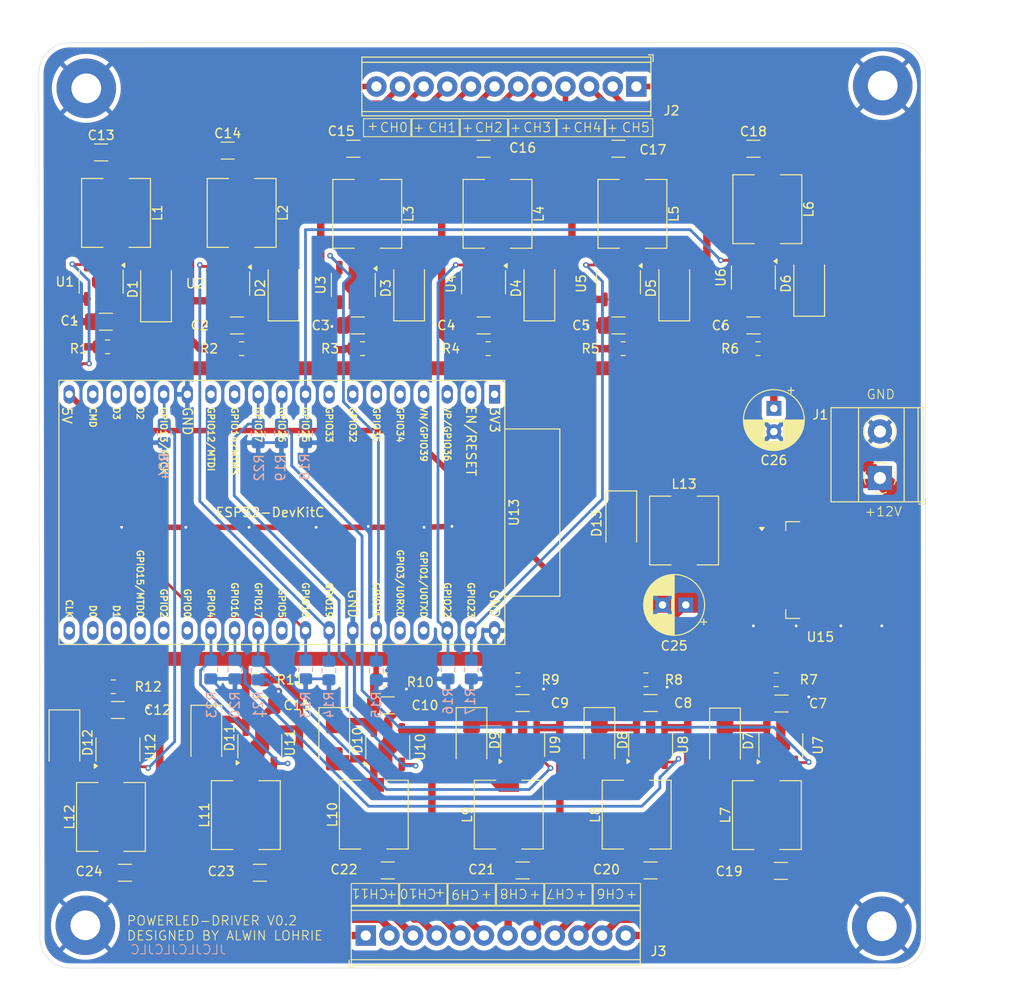
<source format=kicad_pcb>
(kicad_pcb
	(version 20240108)
	(generator "pcbnew")
	(generator_version "8.0")
	(general
		(thickness 1.6)
		(legacy_teardrops no)
	)
	(paper "A4")
	(layers
		(0 "F.Cu" signal)
		(31 "B.Cu" signal)
		(32 "B.Adhes" user "B.Adhesive")
		(33 "F.Adhes" user "F.Adhesive")
		(34 "B.Paste" user)
		(35 "F.Paste" user)
		(36 "B.SilkS" user "B.Silkscreen")
		(37 "F.SilkS" user "F.Silkscreen")
		(38 "B.Mask" user)
		(39 "F.Mask" user)
		(40 "Dwgs.User" user "User.Drawings")
		(41 "Cmts.User" user "User.Comments")
		(42 "Eco1.User" user "User.Eco1")
		(43 "Eco2.User" user "User.Eco2")
		(44 "Edge.Cuts" user)
		(45 "Margin" user)
		(46 "B.CrtYd" user "B.Courtyard")
		(47 "F.CrtYd" user "F.Courtyard")
		(48 "B.Fab" user)
		(49 "F.Fab" user)
		(50 "User.1" user)
		(51 "User.2" user)
		(52 "User.3" user)
		(53 "User.4" user)
		(54 "User.5" user)
		(55 "User.6" user)
		(56 "User.7" user)
		(57 "User.8" user)
		(58 "User.9" user)
	)
	(setup
		(stackup
			(layer "F.SilkS"
				(type "Top Silk Screen")
				(color "Black")
			)
			(layer "F.Paste"
				(type "Top Solder Paste")
			)
			(layer "F.Mask"
				(type "Top Solder Mask")
				(color "White")
				(thickness 0.01)
			)
			(layer "F.Cu"
				(type "copper")
				(thickness 0.035)
			)
			(layer "dielectric 1"
				(type "core")
				(thickness 1.51)
				(material "FR4")
				(epsilon_r 4.5)
				(loss_tangent 0.02)
			)
			(layer "B.Cu"
				(type "copper")
				(thickness 0.035)
			)
			(layer "B.Mask"
				(type "Bottom Solder Mask")
				(color "White")
				(thickness 0.01)
			)
			(layer "B.Paste"
				(type "Bottom Solder Paste")
			)
			(layer "B.SilkS"
				(type "Bottom Silk Screen")
				(color "Black")
			)
			(copper_finish "None")
			(dielectric_constraints no)
		)
		(pad_to_mask_clearance 0)
		(allow_soldermask_bridges_in_footprints no)
		(pcbplotparams
			(layerselection 0x00010fc_ffffffff)
			(plot_on_all_layers_selection 0x0000000_00000000)
			(disableapertmacros no)
			(usegerberextensions no)
			(usegerberattributes yes)
			(usegerberadvancedattributes yes)
			(creategerberjobfile yes)
			(dashed_line_dash_ratio 12.000000)
			(dashed_line_gap_ratio 3.000000)
			(svgprecision 4)
			(plotframeref no)
			(viasonmask no)
			(mode 1)
			(useauxorigin no)
			(hpglpennumber 1)
			(hpglpenspeed 20)
			(hpglpendiameter 15.000000)
			(pdf_front_fp_property_popups yes)
			(pdf_back_fp_property_popups yes)
			(dxfpolygonmode yes)
			(dxfimperialunits yes)
			(dxfusepcbnewfont yes)
			(psnegative no)
			(psa4output no)
			(plotreference yes)
			(plotvalue yes)
			(plotfptext yes)
			(plotinvisibletext no)
			(sketchpadsonfab no)
			(subtractmaskfromsilk no)
			(outputformat 1)
			(mirror no)
			(drillshape 0)
			(scaleselection 1)
			(outputdirectory "production")
		)
	)
	(net 0 "")
	(net 1 "Net-(D1-K)")
	(net 2 "Net-(D1-A)")
	(net 3 "Net-(D2-A)")
	(net 4 "Net-(D3-A)")
	(net 5 "Net-(D4-A)")
	(net 6 "Net-(D5-A)")
	(net 7 "Net-(D6-A)")
	(net 8 "Net-(D7-A)")
	(net 9 "Net-(D8-A)")
	(net 10 "Net-(D9-A)")
	(net 11 "/DIM0")
	(net 12 "Net-(D10-A)")
	(net 13 "Net-(D11-A)")
	(net 14 "Net-(D12-A)")
	(net 15 "Net-(U10-DIM)")
	(net 16 "Net-(U12-DIM)")
	(net 17 "Net-(U11-DIM)")
	(net 18 "Net-(U13-GPIO19)")
	(net 19 "Net-(U13-GPIO21)")
	(net 20 "Net-(U13-GPIO22)")
	(net 21 "Net-(U13-GPIO23)")
	(net 22 "Net-(U13-DAC_1{slash}ADC2_CH8{slash}GPIO25)")
	(net 23 "Net-(U13-DAC_2{slash}ADC2_CH9{slash}GPIO26)")
	(net 24 "Net-(U13-GPIO16)")
	(net 25 "Net-(U13-GPIO17)")
	(net 26 "unconnected-(U13-SD_CLK{slash}GPIO6-Pad20)")
	(net 27 "unconnected-(U13-CHIP_PU-Pad2)")
	(net 28 "unconnected-(U13-SD_DATA2{slash}GPIO9-Pad16)")
	(net 29 "unconnected-(U13-SENSOR_VN{slash}GPIO39{slash}ADC1_CH3-Pad4)")
	(net 30 "unconnected-(U13-MTDO{slash}GPIO15{slash}ADC2_CH3-Pad23)")
	(net 31 "unconnected-(U13-GPIO5-Pad29)")
	(net 32 "unconnected-(U13-SD_DATA1{slash}GPIO8-Pad22)")
	(net 33 "unconnected-(U13-SD_DATA3{slash}GPIO10-Pad17)")
	(net 34 "unconnected-(U13-32K_XP{slash}GPIO32{slash}ADC1_CH4-Pad7)")
	(net 35 "unconnected-(U13-SENSOR_VP{slash}GPIO36{slash}ADC1_CH0-Pad3)")
	(net 36 "unconnected-(U13-32K_XN{slash}GPIO33{slash}ADC1_CH5-Pad8)")
	(net 37 "unconnected-(U13-SD_DATA0{slash}GPIO7-Pad21)")
	(net 38 "unconnected-(U13-GPIO0{slash}BOOT{slash}ADC2_CH1-Pad25)")
	(net 39 "unconnected-(U13-VDET_2{slash}GPIO35{slash}ADC1_CH7-Pad6)")
	(net 40 "unconnected-(U13-3V3-Pad1)")
	(net 41 "unconnected-(U13-U0RXD{slash}GPIO3-Pad34)")
	(net 42 "unconnected-(U13-U0TXD{slash}GPIO1-Pad35)")
	(net 43 "unconnected-(U13-MTMS{slash}GPIO14{slash}ADC2_CH6-Pad12)")
	(net 44 "unconnected-(U13-MTDI{slash}GPIO12{slash}ADC2_CH5-Pad13)")
	(net 45 "unconnected-(U13-VDET_1{slash}GPIO34{slash}ADC1_CH6-Pad5)")
	(net 46 "unconnected-(U13-ADC2_CH2{slash}GPIO2-Pad24)")
	(net 47 "unconnected-(U13-CMD-Pad18)")
	(net 48 "Earth")
	(net 49 "Net-(J2-Pin_6)")
	(net 50 "Net-(J2-Pin_8)")
	(net 51 "Net-(J2-Pin_10)")
	(net 52 "Net-(J2-Pin_3)")
	(net 53 "Net-(J2-Pin_2)")
	(net 54 "Net-(J2-Pin_5)")
	(net 55 "Net-(J2-Pin_7)")
	(net 56 "Net-(J2-Pin_12)")
	(net 57 "Net-(J2-Pin_1)")
	(net 58 "Net-(J2-Pin_9)")
	(net 59 "Net-(J2-Pin_4)")
	(net 60 "Net-(J2-Pin_11)")
	(net 61 "Net-(J3-Pin_6)")
	(net 62 "Net-(J3-Pin_12)")
	(net 63 "Net-(J3-Pin_2)")
	(net 64 "Net-(J3-Pin_11)")
	(net 65 "Net-(J3-Pin_8)")
	(net 66 "Net-(J3-Pin_9)")
	(net 67 "Net-(J3-Pin_3)")
	(net 68 "Net-(J3-Pin_5)")
	(net 69 "Net-(J3-Pin_7)")
	(net 70 "Net-(J3-Pin_4)")
	(net 71 "Net-(J3-Pin_1)")
	(net 72 "Net-(J3-Pin_10)")
	(net 73 "Net-(U13-5V)")
	(net 74 "Net-(D13-K)")
	(footprint "Capacitor_SMD:C_1206_3216Metric_Pad1.33x1.80mm_HandSolder" (layer "F.Cu") (at 89.29656 44.095))
	(footprint "Capacitor_SMD:C_1206_3216Metric_Pad1.33x1.80mm_HandSolder" (layer "F.Cu") (at 148.75 121.55 180))
	(footprint "Diode_SMD:D_SMA" (layer "F.Cu") (at 122.79656 58.895 90))
	(footprint "Capacitor_SMD:C_1206_3216Metric_Pad1.33x1.80mm_HandSolder" (layer "F.Cu") (at 77.5 104.25 180))
	(footprint "Capacitor_THT:CP_Radial_D6.3mm_P2.50mm" (layer "F.Cu") (at 148 71.817621 -90))
	(footprint "TerminalBlock_Phoenix:TerminalBlock_Phoenix_MKDS-1,5-2_1x02_P5.00mm_Horizontal" (layer "F.Cu") (at 159.4 79.3 90))
	(footprint "Package_TO_SOT_SMD:SOT-89-5" (layer "F.Cu") (at 92.75 108.15 90))
	(footprint "Inductor_SMD:L_7.3x7.3_H3.5" (layer "F.Cu") (at 77.29656 50.795 -90))
	(footprint "Inductor_SMD:L_7.3x7.3_H3.5" (layer "F.Cu") (at 104.29656 50.895 -90))
	(footprint "Capacitor_SMD:C_1206_3216Metric_Pad1.33x1.80mm_HandSolder" (layer "F.Cu") (at 106.5 121.5 180))
	(footprint "Package_TO_SOT_SMD:SOT-89-5" (layer "F.Cu") (at 106.5 108.25 90))
	(footprint "Inductor_SMD:L_7.3x7.3_H3.5" (layer "F.Cu") (at 147.25 115.55 90))
	(footprint "Package_TO_SOT_SMD:SOT-89-5" (layer "F.Cu") (at 145.79656 57.745 -90))
	(footprint "Diode_SMD:D_SMA" (layer "F.Cu") (at 115.5 107.5 -90))
	(footprint "Capacitor_SMD:C_1206_3216Metric_Pad1.33x1.80mm_HandSolder" (layer "F.Cu") (at 145.79656 62.895))
	(footprint "Capacitor_SMD:C_1206_3216Metric_Pad1.33x1.80mm_HandSolder" (layer "F.Cu") (at 106.5 103.75 180))
	(footprint "Capacitor_SMD:C_1206_3216Metric_Pad1.33x1.80mm_HandSolder" (layer "F.Cu") (at 121 121.5 180))
	(footprint "Resistor_SMD:R_0805_2012Metric_Pad1.20x1.40mm_HandSolder" (layer "F.Cu") (at 90.79656 65.395))
	(footprint "Resistor_SMD:R_0805_2012Metric_Pad1.20x1.40mm_HandSolder" (layer "F.Cu") (at 106.25 101 180))
	(footprint "Diode_SMD:D_SMA" (layer "F.Cu") (at 129.25 107.5 -90))
	(footprint "Inductor_SMD:L_7.3x7.3_H3.5" (layer "F.Cu") (at 105 115.5 90))
	(footprint "TerminalBlock_Phoenix:TerminalBlock_Phoenix_MPT-0,5-12-2.54_1x12_P2.54mm_Horizontal" (layer "F.Cu") (at 133.22 37.2 180))
	(footprint "Capacitor_THT:CP_Radial_D6.3mm_P2.50mm" (layer "F.Cu") (at 138.532379 92.95 180))
	(footprint "Diode_SMD:D_SMA" (layer "F.Cu") (at 142.75 107.55 -90))
	(footprint "Package_TO_SOT_SMD:SOT-89-5" (layer "F.Cu") (at 89.29656 58.395 -90))
	(footprint "Diode_SMD:D_SMA"
		(layer "F.Cu")
		(uuid "53c679bb-6850-4652-82c0-bed8391d9870")
		(at 137.29656 58.895 90)
		(descr "Diode SMA (DO-214AC)")
		(tags "Diode SMA (DO-214AC)")
		(property "Reference" "D5"
			(at 0 -2.5 -90)
			(layer "F.SilkS")
			(uuid "e5b0e5a8-da97-4c83-9c7c-c462991da4e9")
			(effects
				(font
					(size 1 1)
					(thickness 0.15)
				)
			)
		)
		(property "Value" "D_Schottky"
			(at 0 2.6 -90)
			(layer "F.Fab")
			(uuid "f41e93
... [634000 chars truncated]
</source>
